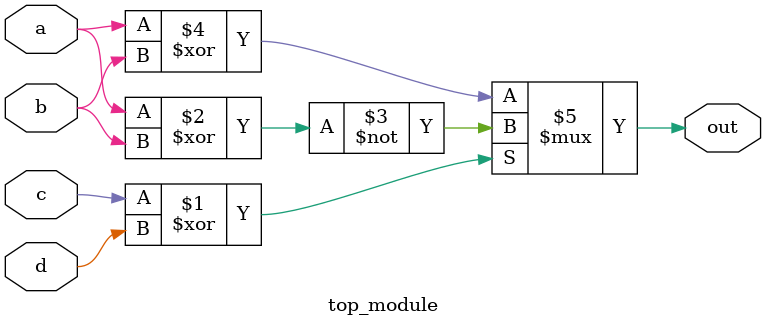
<source format=v>
module top_module(
    input a,
    input b,
    input c,
    input d,
    output out  ); 
    assign out = (c^d)? ~(a^b):(a^b);

endmodule

</source>
